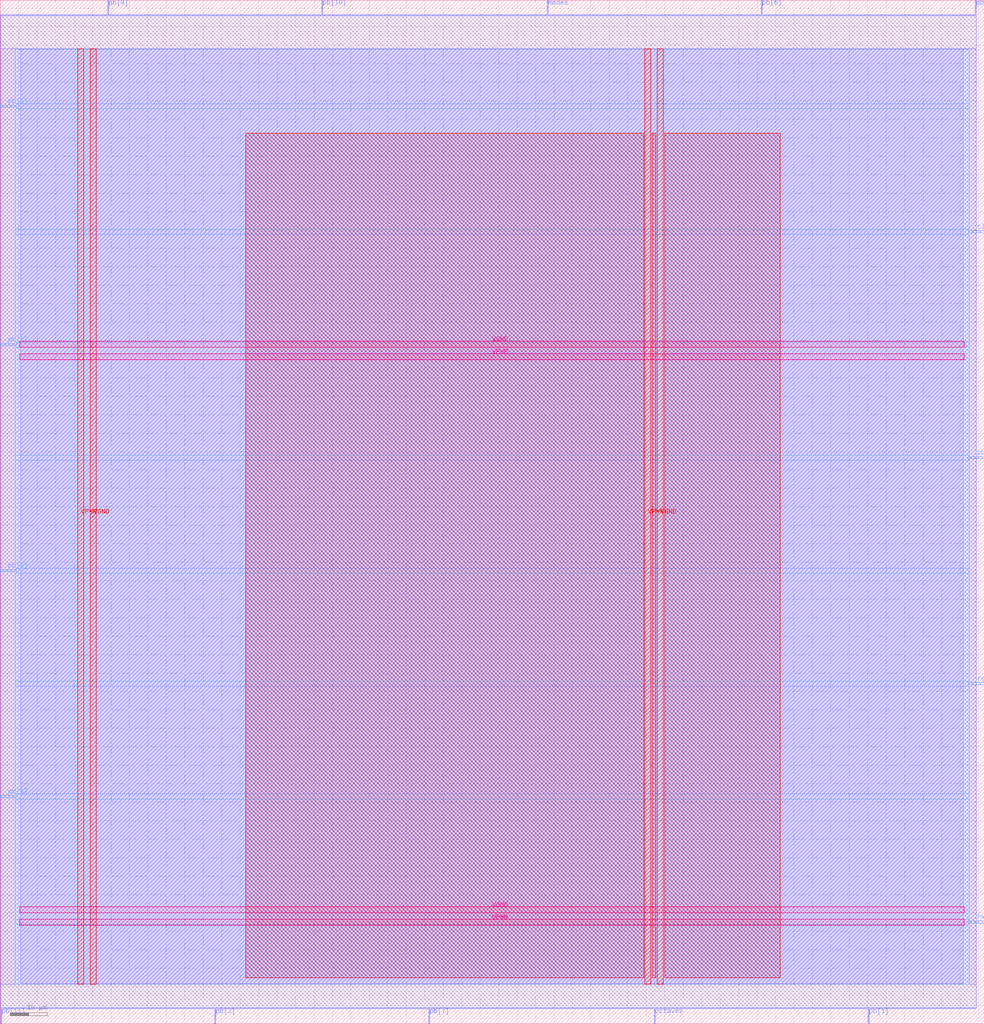
<source format=lef>
VERSION 5.7 ;
  NOWIREEXTENSIONATPIN ON ;
  DIVIDERCHAR "/" ;
  BUSBITCHARS "[]" ;
MACRO Synthia
  CLASS BLOCK ;
  FOREIGN Synthia ;
  ORIGIN 0.000 0.000 ;
  SIZE 266.535 BY 277.255 ;
  PIN PWM_o
    DIRECTION OUTPUT TRISTATE ;
    USE SIGNAL ;
    ANTENNADIFFAREA 0.795200 ;
    PORT
      LAYER met3 ;
        RECT 262.535 27.240 266.535 27.840 ;
    END
  END PWM_o
  PIN VGND
    DIRECTION INOUT ;
    USE GROUND ;
    PORT
      LAYER met4 ;
        RECT 24.340 10.640 25.940 264.080 ;
    END
    PORT
      LAYER met4 ;
        RECT 177.940 10.640 179.540 264.080 ;
    END
    PORT
      LAYER met5 ;
        RECT 5.280 30.030 261.060 31.630 ;
    END
    PORT
      LAYER met5 ;
        RECT 5.280 183.210 261.060 184.810 ;
    END
  END VGND
  PIN VPWR
    DIRECTION INOUT ;
    USE POWER ;
    PORT
      LAYER met4 ;
        RECT 21.040 10.640 22.640 264.080 ;
    END
    PORT
      LAYER met4 ;
        RECT 174.640 10.640 176.240 264.080 ;
    END
    PORT
      LAYER met5 ;
        RECT 5.280 26.730 261.060 28.330 ;
    END
    PORT
      LAYER met5 ;
        RECT 5.280 179.910 261.060 181.510 ;
    END
  END VPWR
  PIN clk
    DIRECTION INPUT ;
    USE SIGNAL ;
    ANTENNAGATEAREA 0.852000 ;
    PORT
      LAYER met3 ;
        RECT 262.535 214.240 266.535 214.840 ;
    END
  END clk
  PIN modes
    DIRECTION INPUT ;
    USE SIGNAL ;
    ANTENNAGATEAREA 0.196500 ;
    PORT
      LAYER met2 ;
        RECT 148.210 273.255 148.490 277.255 ;
    END
  END modes
  PIN octaves
    DIRECTION INPUT ;
    USE SIGNAL ;
    ANTENNAGATEAREA 0.196500 ;
    PORT
      LAYER met2 ;
        RECT 177.190 0.000 177.470 4.000 ;
    END
  END octaves
  PIN pb[0]
    DIRECTION INPUT ;
    USE SIGNAL ;
    ANTENNAGATEAREA 0.213000 ;
    PORT
      LAYER met3 ;
        RECT 0.000 248.240 4.000 248.840 ;
    END
  END pb[0]
  PIN pb[10]
    DIRECTION INPUT ;
    USE SIGNAL ;
    ANTENNAGATEAREA 0.196500 ;
    PORT
      LAYER met2 ;
        RECT 87.030 273.255 87.310 277.255 ;
    END
  END pb[10]
  PIN pb[11]
    DIRECTION INPUT ;
    USE SIGNAL ;
    ANTENNAGATEAREA 0.213000 ;
    PORT
      LAYER met2 ;
        RECT 0.090 0.000 0.370 4.000 ;
    END
  END pb[11]
  PIN pb[12]
    DIRECTION INPUT ;
    USE SIGNAL ;
    ANTENNAGATEAREA 0.196500 ;
    PORT
      LAYER met2 ;
        RECT 264.130 273.255 264.410 277.255 ;
    END
  END pb[12]
  PIN pb[1]
    DIRECTION INPUT ;
    USE SIGNAL ;
    ANTENNAGATEAREA 0.126000 ;
    PORT
      LAYER met2 ;
        RECT 235.150 0.000 235.430 4.000 ;
    END
  END pb[1]
  PIN pb[2]
    DIRECTION INPUT ;
    USE SIGNAL ;
    ANTENNAGATEAREA 0.126000 ;
    PORT
      LAYER met2 ;
        RECT 58.050 0.000 58.330 4.000 ;
    END
  END pb[2]
  PIN pb[3]
    DIRECTION INPUT ;
    USE SIGNAL ;
    ANTENNAGATEAREA 0.196500 ;
    PORT
      LAYER met3 ;
        RECT 0.000 61.240 4.000 61.840 ;
    END
  END pb[3]
  PIN pb[4]
    DIRECTION INPUT ;
    USE SIGNAL ;
    ANTENNAGATEAREA 0.196500 ;
    PORT
      LAYER met3 ;
        RECT 262.535 153.040 266.535 153.640 ;
    END
  END pb[4]
  PIN pb[5]
    DIRECTION INPUT ;
    USE SIGNAL ;
    ANTENNAGATEAREA 0.196500 ;
    PORT
      LAYER met3 ;
        RECT 0.000 122.440 4.000 123.040 ;
    END
  END pb[5]
  PIN pb[6]
    DIRECTION INPUT ;
    USE SIGNAL ;
    ANTENNAGATEAREA 0.247500 ;
    PORT
      LAYER met2 ;
        RECT 206.170 273.255 206.450 277.255 ;
    END
  END pb[6]
  PIN pb[7]
    DIRECTION INPUT ;
    USE SIGNAL ;
    ANTENNAGATEAREA 0.196500 ;
    PORT
      LAYER met2 ;
        RECT 116.010 0.000 116.290 4.000 ;
    END
  END pb[7]
  PIN pb[8]
    DIRECTION INPUT ;
    USE SIGNAL ;
    ANTENNAGATEAREA 0.196500 ;
    PORT
      LAYER met3 ;
        RECT 0.000 183.640 4.000 184.240 ;
    END
  END pb[8]
  PIN pb[9]
    DIRECTION INPUT ;
    USE SIGNAL ;
    ANTENNAGATEAREA 0.196500 ;
    PORT
      LAYER met2 ;
        RECT 29.070 273.255 29.350 277.255 ;
    END
  END pb[9]
  PIN reset
    DIRECTION INPUT ;
    USE SIGNAL ;
    ANTENNAGATEAREA 0.196500 ;
    PORT
      LAYER met3 ;
        RECT 262.535 91.840 266.535 92.440 ;
    END
  END reset
  OBS
      LAYER li1 ;
        RECT 5.520 10.795 260.820 263.925 ;
      LAYER met1 ;
        RECT 0.070 10.640 264.430 264.080 ;
      LAYER met2 ;
        RECT 0.100 272.975 28.790 273.255 ;
        RECT 29.630 272.975 86.750 273.255 ;
        RECT 87.590 272.975 147.930 273.255 ;
        RECT 148.770 272.975 205.890 273.255 ;
        RECT 206.730 272.975 263.850 273.255 ;
        RECT 0.100 4.280 264.400 272.975 ;
        RECT 0.650 4.000 57.770 4.280 ;
        RECT 58.610 4.000 115.730 4.280 ;
        RECT 116.570 4.000 176.910 4.280 ;
        RECT 177.750 4.000 234.870 4.280 ;
        RECT 235.710 4.000 264.400 4.280 ;
      LAYER met3 ;
        RECT 4.000 249.240 262.535 264.005 ;
        RECT 4.400 247.840 262.535 249.240 ;
        RECT 4.000 215.240 262.535 247.840 ;
        RECT 4.000 213.840 262.135 215.240 ;
        RECT 4.000 184.640 262.535 213.840 ;
        RECT 4.400 183.240 262.535 184.640 ;
        RECT 4.000 154.040 262.535 183.240 ;
        RECT 4.000 152.640 262.135 154.040 ;
        RECT 4.000 123.440 262.535 152.640 ;
        RECT 4.400 122.040 262.535 123.440 ;
        RECT 4.000 92.840 262.535 122.040 ;
        RECT 4.000 91.440 262.135 92.840 ;
        RECT 4.000 62.240 262.535 91.440 ;
        RECT 4.400 60.840 262.535 62.240 ;
        RECT 4.000 28.240 262.535 60.840 ;
        RECT 4.000 26.840 262.135 28.240 ;
        RECT 4.000 10.715 262.535 26.840 ;
      LAYER met4 ;
        RECT 66.535 12.415 174.240 241.225 ;
        RECT 176.640 12.415 177.540 241.225 ;
        RECT 179.940 12.415 211.305 241.225 ;
  END
END Synthia
END LIBRARY


</source>
